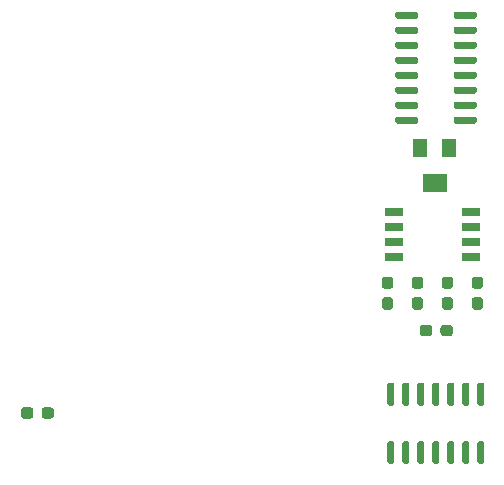
<source format=gbr>
G04 #@! TF.GenerationSoftware,KiCad,Pcbnew,(5.1.10-1-10_14)*
G04 #@! TF.CreationDate,2021-06-08T23:18:15-04:00*
G04 #@! TF.ProjectId,tr109-mainboard,74723130-392d-46d6-9169-6e626f617264,1*
G04 #@! TF.SameCoordinates,Original*
G04 #@! TF.FileFunction,Paste,Top*
G04 #@! TF.FilePolarity,Positive*
%FSLAX46Y46*%
G04 Gerber Fmt 4.6, Leading zero omitted, Abs format (unit mm)*
G04 Created by KiCad (PCBNEW (5.1.10-1-10_14)) date 2021-06-08 23:18:15*
%MOMM*%
%LPD*%
G01*
G04 APERTURE LIST*
%ADD10R,1.300000X1.600000*%
%ADD11R,2.000000X1.600000*%
%ADD12R,1.505000X0.802000*%
G04 APERTURE END LIST*
G36*
G01*
X152096600Y-85514400D02*
X152096600Y-85214400D01*
G75*
G02*
X152246600Y-85064400I150000J0D01*
G01*
X153896600Y-85064400D01*
G75*
G02*
X154046600Y-85214400I0J-150000D01*
G01*
X154046600Y-85514400D01*
G75*
G02*
X153896600Y-85664400I-150000J0D01*
G01*
X152246600Y-85664400D01*
G75*
G02*
X152096600Y-85514400I0J150000D01*
G01*
G37*
G36*
G01*
X152096600Y-86784400D02*
X152096600Y-86484400D01*
G75*
G02*
X152246600Y-86334400I150000J0D01*
G01*
X153896600Y-86334400D01*
G75*
G02*
X154046600Y-86484400I0J-150000D01*
G01*
X154046600Y-86784400D01*
G75*
G02*
X153896600Y-86934400I-150000J0D01*
G01*
X152246600Y-86934400D01*
G75*
G02*
X152096600Y-86784400I0J150000D01*
G01*
G37*
G36*
G01*
X152096600Y-88054400D02*
X152096600Y-87754400D01*
G75*
G02*
X152246600Y-87604400I150000J0D01*
G01*
X153896600Y-87604400D01*
G75*
G02*
X154046600Y-87754400I0J-150000D01*
G01*
X154046600Y-88054400D01*
G75*
G02*
X153896600Y-88204400I-150000J0D01*
G01*
X152246600Y-88204400D01*
G75*
G02*
X152096600Y-88054400I0J150000D01*
G01*
G37*
G36*
G01*
X152096600Y-89324400D02*
X152096600Y-89024400D01*
G75*
G02*
X152246600Y-88874400I150000J0D01*
G01*
X153896600Y-88874400D01*
G75*
G02*
X154046600Y-89024400I0J-150000D01*
G01*
X154046600Y-89324400D01*
G75*
G02*
X153896600Y-89474400I-150000J0D01*
G01*
X152246600Y-89474400D01*
G75*
G02*
X152096600Y-89324400I0J150000D01*
G01*
G37*
G36*
G01*
X152096600Y-90594400D02*
X152096600Y-90294400D01*
G75*
G02*
X152246600Y-90144400I150000J0D01*
G01*
X153896600Y-90144400D01*
G75*
G02*
X154046600Y-90294400I0J-150000D01*
G01*
X154046600Y-90594400D01*
G75*
G02*
X153896600Y-90744400I-150000J0D01*
G01*
X152246600Y-90744400D01*
G75*
G02*
X152096600Y-90594400I0J150000D01*
G01*
G37*
G36*
G01*
X152096600Y-91864400D02*
X152096600Y-91564400D01*
G75*
G02*
X152246600Y-91414400I150000J0D01*
G01*
X153896600Y-91414400D01*
G75*
G02*
X154046600Y-91564400I0J-150000D01*
G01*
X154046600Y-91864400D01*
G75*
G02*
X153896600Y-92014400I-150000J0D01*
G01*
X152246600Y-92014400D01*
G75*
G02*
X152096600Y-91864400I0J150000D01*
G01*
G37*
G36*
G01*
X152096600Y-93134400D02*
X152096600Y-92834400D01*
G75*
G02*
X152246600Y-92684400I150000J0D01*
G01*
X153896600Y-92684400D01*
G75*
G02*
X154046600Y-92834400I0J-150000D01*
G01*
X154046600Y-93134400D01*
G75*
G02*
X153896600Y-93284400I-150000J0D01*
G01*
X152246600Y-93284400D01*
G75*
G02*
X152096600Y-93134400I0J150000D01*
G01*
G37*
G36*
G01*
X152096600Y-94404400D02*
X152096600Y-94104400D01*
G75*
G02*
X152246600Y-93954400I150000J0D01*
G01*
X153896600Y-93954400D01*
G75*
G02*
X154046600Y-94104400I0J-150000D01*
G01*
X154046600Y-94404400D01*
G75*
G02*
X153896600Y-94554400I-150000J0D01*
G01*
X152246600Y-94554400D01*
G75*
G02*
X152096600Y-94404400I0J150000D01*
G01*
G37*
G36*
G01*
X147146600Y-94404400D02*
X147146600Y-94104400D01*
G75*
G02*
X147296600Y-93954400I150000J0D01*
G01*
X148946600Y-93954400D01*
G75*
G02*
X149096600Y-94104400I0J-150000D01*
G01*
X149096600Y-94404400D01*
G75*
G02*
X148946600Y-94554400I-150000J0D01*
G01*
X147296600Y-94554400D01*
G75*
G02*
X147146600Y-94404400I0J150000D01*
G01*
G37*
G36*
G01*
X147146600Y-93134400D02*
X147146600Y-92834400D01*
G75*
G02*
X147296600Y-92684400I150000J0D01*
G01*
X148946600Y-92684400D01*
G75*
G02*
X149096600Y-92834400I0J-150000D01*
G01*
X149096600Y-93134400D01*
G75*
G02*
X148946600Y-93284400I-150000J0D01*
G01*
X147296600Y-93284400D01*
G75*
G02*
X147146600Y-93134400I0J150000D01*
G01*
G37*
G36*
G01*
X147146600Y-91864400D02*
X147146600Y-91564400D01*
G75*
G02*
X147296600Y-91414400I150000J0D01*
G01*
X148946600Y-91414400D01*
G75*
G02*
X149096600Y-91564400I0J-150000D01*
G01*
X149096600Y-91864400D01*
G75*
G02*
X148946600Y-92014400I-150000J0D01*
G01*
X147296600Y-92014400D01*
G75*
G02*
X147146600Y-91864400I0J150000D01*
G01*
G37*
G36*
G01*
X147146600Y-90594400D02*
X147146600Y-90294400D01*
G75*
G02*
X147296600Y-90144400I150000J0D01*
G01*
X148946600Y-90144400D01*
G75*
G02*
X149096600Y-90294400I0J-150000D01*
G01*
X149096600Y-90594400D01*
G75*
G02*
X148946600Y-90744400I-150000J0D01*
G01*
X147296600Y-90744400D01*
G75*
G02*
X147146600Y-90594400I0J150000D01*
G01*
G37*
G36*
G01*
X147146600Y-89324400D02*
X147146600Y-89024400D01*
G75*
G02*
X147296600Y-88874400I150000J0D01*
G01*
X148946600Y-88874400D01*
G75*
G02*
X149096600Y-89024400I0J-150000D01*
G01*
X149096600Y-89324400D01*
G75*
G02*
X148946600Y-89474400I-150000J0D01*
G01*
X147296600Y-89474400D01*
G75*
G02*
X147146600Y-89324400I0J150000D01*
G01*
G37*
G36*
G01*
X147146600Y-88054400D02*
X147146600Y-87754400D01*
G75*
G02*
X147296600Y-87604400I150000J0D01*
G01*
X148946600Y-87604400D01*
G75*
G02*
X149096600Y-87754400I0J-150000D01*
G01*
X149096600Y-88054400D01*
G75*
G02*
X148946600Y-88204400I-150000J0D01*
G01*
X147296600Y-88204400D01*
G75*
G02*
X147146600Y-88054400I0J150000D01*
G01*
G37*
G36*
G01*
X147146600Y-86784400D02*
X147146600Y-86484400D01*
G75*
G02*
X147296600Y-86334400I150000J0D01*
G01*
X148946600Y-86334400D01*
G75*
G02*
X149096600Y-86484400I0J-150000D01*
G01*
X149096600Y-86784400D01*
G75*
G02*
X148946600Y-86934400I-150000J0D01*
G01*
X147296600Y-86934400D01*
G75*
G02*
X147146600Y-86784400I0J150000D01*
G01*
G37*
G36*
G01*
X147146600Y-85514400D02*
X147146600Y-85214400D01*
G75*
G02*
X147296600Y-85064400I150000J0D01*
G01*
X148946600Y-85064400D01*
G75*
G02*
X149096600Y-85214400I0J-150000D01*
G01*
X149096600Y-85514400D01*
G75*
G02*
X148946600Y-85664400I-150000J0D01*
G01*
X147296600Y-85664400D01*
G75*
G02*
X147146600Y-85514400I0J150000D01*
G01*
G37*
D10*
X149250600Y-96639400D03*
D11*
X150500600Y-99539400D03*
D10*
X151750600Y-96639400D03*
G36*
G01*
X154256600Y-121413400D02*
X154556600Y-121413400D01*
G75*
G02*
X154706600Y-121563400I0J-150000D01*
G01*
X154706600Y-123213400D01*
G75*
G02*
X154556600Y-123363400I-150000J0D01*
G01*
X154256600Y-123363400D01*
G75*
G02*
X154106600Y-123213400I0J150000D01*
G01*
X154106600Y-121563400D01*
G75*
G02*
X154256600Y-121413400I150000J0D01*
G01*
G37*
G36*
G01*
X152986600Y-121413400D02*
X153286600Y-121413400D01*
G75*
G02*
X153436600Y-121563400I0J-150000D01*
G01*
X153436600Y-123213400D01*
G75*
G02*
X153286600Y-123363400I-150000J0D01*
G01*
X152986600Y-123363400D01*
G75*
G02*
X152836600Y-123213400I0J150000D01*
G01*
X152836600Y-121563400D01*
G75*
G02*
X152986600Y-121413400I150000J0D01*
G01*
G37*
G36*
G01*
X151716600Y-121413400D02*
X152016600Y-121413400D01*
G75*
G02*
X152166600Y-121563400I0J-150000D01*
G01*
X152166600Y-123213400D01*
G75*
G02*
X152016600Y-123363400I-150000J0D01*
G01*
X151716600Y-123363400D01*
G75*
G02*
X151566600Y-123213400I0J150000D01*
G01*
X151566600Y-121563400D01*
G75*
G02*
X151716600Y-121413400I150000J0D01*
G01*
G37*
G36*
G01*
X150446600Y-121413400D02*
X150746600Y-121413400D01*
G75*
G02*
X150896600Y-121563400I0J-150000D01*
G01*
X150896600Y-123213400D01*
G75*
G02*
X150746600Y-123363400I-150000J0D01*
G01*
X150446600Y-123363400D01*
G75*
G02*
X150296600Y-123213400I0J150000D01*
G01*
X150296600Y-121563400D01*
G75*
G02*
X150446600Y-121413400I150000J0D01*
G01*
G37*
G36*
G01*
X149176600Y-121413400D02*
X149476600Y-121413400D01*
G75*
G02*
X149626600Y-121563400I0J-150000D01*
G01*
X149626600Y-123213400D01*
G75*
G02*
X149476600Y-123363400I-150000J0D01*
G01*
X149176600Y-123363400D01*
G75*
G02*
X149026600Y-123213400I0J150000D01*
G01*
X149026600Y-121563400D01*
G75*
G02*
X149176600Y-121413400I150000J0D01*
G01*
G37*
G36*
G01*
X147906600Y-121413400D02*
X148206600Y-121413400D01*
G75*
G02*
X148356600Y-121563400I0J-150000D01*
G01*
X148356600Y-123213400D01*
G75*
G02*
X148206600Y-123363400I-150000J0D01*
G01*
X147906600Y-123363400D01*
G75*
G02*
X147756600Y-123213400I0J150000D01*
G01*
X147756600Y-121563400D01*
G75*
G02*
X147906600Y-121413400I150000J0D01*
G01*
G37*
G36*
G01*
X146636600Y-121413400D02*
X146936600Y-121413400D01*
G75*
G02*
X147086600Y-121563400I0J-150000D01*
G01*
X147086600Y-123213400D01*
G75*
G02*
X146936600Y-123363400I-150000J0D01*
G01*
X146636600Y-123363400D01*
G75*
G02*
X146486600Y-123213400I0J150000D01*
G01*
X146486600Y-121563400D01*
G75*
G02*
X146636600Y-121413400I150000J0D01*
G01*
G37*
G36*
G01*
X146636600Y-116463400D02*
X146936600Y-116463400D01*
G75*
G02*
X147086600Y-116613400I0J-150000D01*
G01*
X147086600Y-118263400D01*
G75*
G02*
X146936600Y-118413400I-150000J0D01*
G01*
X146636600Y-118413400D01*
G75*
G02*
X146486600Y-118263400I0J150000D01*
G01*
X146486600Y-116613400D01*
G75*
G02*
X146636600Y-116463400I150000J0D01*
G01*
G37*
G36*
G01*
X147906600Y-116463400D02*
X148206600Y-116463400D01*
G75*
G02*
X148356600Y-116613400I0J-150000D01*
G01*
X148356600Y-118263400D01*
G75*
G02*
X148206600Y-118413400I-150000J0D01*
G01*
X147906600Y-118413400D01*
G75*
G02*
X147756600Y-118263400I0J150000D01*
G01*
X147756600Y-116613400D01*
G75*
G02*
X147906600Y-116463400I150000J0D01*
G01*
G37*
G36*
G01*
X149176600Y-116463400D02*
X149476600Y-116463400D01*
G75*
G02*
X149626600Y-116613400I0J-150000D01*
G01*
X149626600Y-118263400D01*
G75*
G02*
X149476600Y-118413400I-150000J0D01*
G01*
X149176600Y-118413400D01*
G75*
G02*
X149026600Y-118263400I0J150000D01*
G01*
X149026600Y-116613400D01*
G75*
G02*
X149176600Y-116463400I150000J0D01*
G01*
G37*
G36*
G01*
X150446600Y-116463400D02*
X150746600Y-116463400D01*
G75*
G02*
X150896600Y-116613400I0J-150000D01*
G01*
X150896600Y-118263400D01*
G75*
G02*
X150746600Y-118413400I-150000J0D01*
G01*
X150446600Y-118413400D01*
G75*
G02*
X150296600Y-118263400I0J150000D01*
G01*
X150296600Y-116613400D01*
G75*
G02*
X150446600Y-116463400I150000J0D01*
G01*
G37*
G36*
G01*
X151716600Y-116463400D02*
X152016600Y-116463400D01*
G75*
G02*
X152166600Y-116613400I0J-150000D01*
G01*
X152166600Y-118263400D01*
G75*
G02*
X152016600Y-118413400I-150000J0D01*
G01*
X151716600Y-118413400D01*
G75*
G02*
X151566600Y-118263400I0J150000D01*
G01*
X151566600Y-116613400D01*
G75*
G02*
X151716600Y-116463400I150000J0D01*
G01*
G37*
G36*
G01*
X152986600Y-116463400D02*
X153286600Y-116463400D01*
G75*
G02*
X153436600Y-116613400I0J-150000D01*
G01*
X153436600Y-118263400D01*
G75*
G02*
X153286600Y-118413400I-150000J0D01*
G01*
X152986600Y-118413400D01*
G75*
G02*
X152836600Y-118263400I0J150000D01*
G01*
X152836600Y-116613400D01*
G75*
G02*
X152986600Y-116463400I150000J0D01*
G01*
G37*
G36*
G01*
X154256600Y-116463400D02*
X154556600Y-116463400D01*
G75*
G02*
X154706600Y-116613400I0J-150000D01*
G01*
X154706600Y-118263400D01*
G75*
G02*
X154556600Y-118413400I-150000J0D01*
G01*
X154256600Y-118413400D01*
G75*
G02*
X154106600Y-118263400I0J150000D01*
G01*
X154106600Y-116613400D01*
G75*
G02*
X154256600Y-116463400I150000J0D01*
G01*
G37*
D12*
X153561600Y-102033400D03*
X147061600Y-102033400D03*
X153561600Y-103303400D03*
X147061600Y-103303400D03*
X153561600Y-104573400D03*
X147061600Y-104573400D03*
X153561600Y-105843400D03*
X147061600Y-105843400D03*
G36*
G01*
X151343266Y-109241400D02*
X151818266Y-109241400D01*
G75*
G02*
X152055766Y-109478900I0J-237500D01*
G01*
X152055766Y-110053900D01*
G75*
G02*
X151818266Y-110291400I-237500J0D01*
G01*
X151343266Y-110291400D01*
G75*
G02*
X151105766Y-110053900I0J237500D01*
G01*
X151105766Y-109478900D01*
G75*
G02*
X151343266Y-109241400I237500J0D01*
G01*
G37*
G36*
G01*
X151343266Y-107491400D02*
X151818266Y-107491400D01*
G75*
G02*
X152055766Y-107728900I0J-237500D01*
G01*
X152055766Y-108303900D01*
G75*
G02*
X151818266Y-108541400I-237500J0D01*
G01*
X151343266Y-108541400D01*
G75*
G02*
X151105766Y-108303900I0J237500D01*
G01*
X151105766Y-107728900D01*
G75*
G02*
X151343266Y-107491400I237500J0D01*
G01*
G37*
G36*
G01*
X146266600Y-109241400D02*
X146741600Y-109241400D01*
G75*
G02*
X146979100Y-109478900I0J-237500D01*
G01*
X146979100Y-110053900D01*
G75*
G02*
X146741600Y-110291400I-237500J0D01*
G01*
X146266600Y-110291400D01*
G75*
G02*
X146029100Y-110053900I0J237500D01*
G01*
X146029100Y-109478900D01*
G75*
G02*
X146266600Y-109241400I237500J0D01*
G01*
G37*
G36*
G01*
X146266600Y-107491400D02*
X146741600Y-107491400D01*
G75*
G02*
X146979100Y-107728900I0J-237500D01*
G01*
X146979100Y-108303900D01*
G75*
G02*
X146741600Y-108541400I-237500J0D01*
G01*
X146266600Y-108541400D01*
G75*
G02*
X146029100Y-108303900I0J237500D01*
G01*
X146029100Y-107728900D01*
G75*
G02*
X146266600Y-107491400I237500J0D01*
G01*
G37*
G36*
G01*
X150990600Y-112303900D02*
X150990600Y-111828900D01*
G75*
G02*
X151228100Y-111591400I237500J0D01*
G01*
X151803100Y-111591400D01*
G75*
G02*
X152040600Y-111828900I0J-237500D01*
G01*
X152040600Y-112303900D01*
G75*
G02*
X151803100Y-112541400I-237500J0D01*
G01*
X151228100Y-112541400D01*
G75*
G02*
X150990600Y-112303900I0J237500D01*
G01*
G37*
G36*
G01*
X149240600Y-112303900D02*
X149240600Y-111828900D01*
G75*
G02*
X149478100Y-111591400I237500J0D01*
G01*
X150053100Y-111591400D01*
G75*
G02*
X150290600Y-111828900I0J-237500D01*
G01*
X150290600Y-112303900D01*
G75*
G02*
X150053100Y-112541400I-237500J0D01*
G01*
X149478100Y-112541400D01*
G75*
G02*
X149240600Y-112303900I0J237500D01*
G01*
G37*
G36*
G01*
X154356600Y-108541400D02*
X153881600Y-108541400D01*
G75*
G02*
X153644100Y-108303900I0J237500D01*
G01*
X153644100Y-107728900D01*
G75*
G02*
X153881600Y-107491400I237500J0D01*
G01*
X154356600Y-107491400D01*
G75*
G02*
X154594100Y-107728900I0J-237500D01*
G01*
X154594100Y-108303900D01*
G75*
G02*
X154356600Y-108541400I-237500J0D01*
G01*
G37*
G36*
G01*
X154356600Y-110291400D02*
X153881600Y-110291400D01*
G75*
G02*
X153644100Y-110053900I0J237500D01*
G01*
X153644100Y-109478900D01*
G75*
G02*
X153881600Y-109241400I237500J0D01*
G01*
X154356600Y-109241400D01*
G75*
G02*
X154594100Y-109478900I0J-237500D01*
G01*
X154594100Y-110053900D01*
G75*
G02*
X154356600Y-110291400I-237500J0D01*
G01*
G37*
G36*
G01*
X149279933Y-108541400D02*
X148804933Y-108541400D01*
G75*
G02*
X148567433Y-108303900I0J237500D01*
G01*
X148567433Y-107728900D01*
G75*
G02*
X148804933Y-107491400I237500J0D01*
G01*
X149279933Y-107491400D01*
G75*
G02*
X149517433Y-107728900I0J-237500D01*
G01*
X149517433Y-108303900D01*
G75*
G02*
X149279933Y-108541400I-237500J0D01*
G01*
G37*
G36*
G01*
X149279933Y-110291400D02*
X148804933Y-110291400D01*
G75*
G02*
X148567433Y-110053900I0J237500D01*
G01*
X148567433Y-109478900D01*
G75*
G02*
X148804933Y-109241400I237500J0D01*
G01*
X149279933Y-109241400D01*
G75*
G02*
X149517433Y-109478900I0J-237500D01*
G01*
X149517433Y-110053900D01*
G75*
G02*
X149279933Y-110291400I-237500J0D01*
G01*
G37*
G36*
G01*
X117215400Y-119284500D02*
X117215400Y-118809500D01*
G75*
G02*
X117452900Y-118572000I237500J0D01*
G01*
X118027900Y-118572000D01*
G75*
G02*
X118265400Y-118809500I0J-237500D01*
G01*
X118265400Y-119284500D01*
G75*
G02*
X118027900Y-119522000I-237500J0D01*
G01*
X117452900Y-119522000D01*
G75*
G02*
X117215400Y-119284500I0J237500D01*
G01*
G37*
G36*
G01*
X115465400Y-119284500D02*
X115465400Y-118809500D01*
G75*
G02*
X115702900Y-118572000I237500J0D01*
G01*
X116277900Y-118572000D01*
G75*
G02*
X116515400Y-118809500I0J-237500D01*
G01*
X116515400Y-119284500D01*
G75*
G02*
X116277900Y-119522000I-237500J0D01*
G01*
X115702900Y-119522000D01*
G75*
G02*
X115465400Y-119284500I0J237500D01*
G01*
G37*
M02*

</source>
